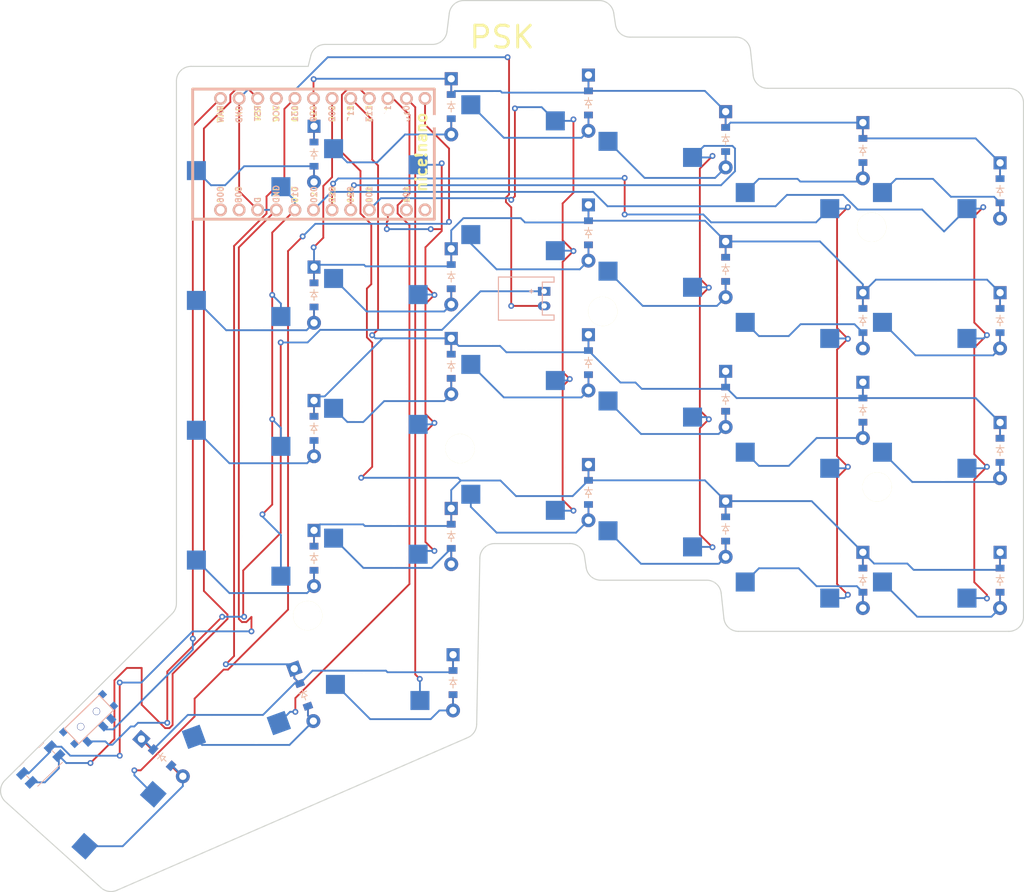
<source format=kicad_pcb>
(kicad_pcb (version 20240108) (generator "pcbnew") (generator_version "8.0")
  (title_block (title "right") (rev "v1.0.0") (company "Unknown"))
  (layers (0 "F.Cu" signal) (31 "B.Cu" signal) (34 "B.Paste" user) (35 "F.Paste" user) (36 "B.SilkS" user "B.Silkscreen") (37 "F.SilkS" user "F.Silkscreen") (38 "B.Mask" user) (39 "F.Mask" user) (44 "Edge.Cuts" user))
  (net 0 "")
  (net 1 "P020")
  (net 2 "mirror_first_mod")
  (net 3 "mirror_first_bottom")
  (net 4 "mirror_first_home")
  (net 5 "mirror_first_top")
  (net 6 "P022")
  (net 7 "mirror_second_mod")
  (net 8 "mirror_second_bottom")
  (net 9 "mirror_second_home")
  (net 10 "mirror_second_top")
  (net 11 "P024")
  (net 12 "mirror_third_mod")
  (net 13 "mirror_third_bottom")
  (net 14 "mirror_third_home")
  (net 15 "mirror_third_top")
  (net 16 "P100")
  (net 17 "mirror_fourth_mod")
  (net 18 "mirror_fourth_bottom")
  (net 19 "mirror_fourth_home")
  (net 20 "mirror_fourth_top")
  (net 21 "P011")
  (net 22 "mirror_fifth_mod")
  (net 23 "mirror_fifth_bottom")
  (net 24 "mirror_fifth_home")
  (net 25 "mirror_fifth_top")
  (net 26 "P017")
  (net 27 "mirror_sixth_mod")
  (net 28 "mirror_sixth_bottom")
  (net 29 "mirror_sixth_home")
  (net 30 "mirror_sixth_top")
  (net 31 "P010")
  (net 32 "mirror_near_thumb")
  (net 33 "P111")
  (net 34 "mirror_home_thumb")
  (net 35 "P009")
  (net 36 "mirror_far_thumb")
  (net 37 "P113")
  (net 38 "P115")
  (net 39 "P002")
  (net 40 "P029")
  (net 41 "P031")
  (net 42 "RAW")
  (net 43 "GND")
  (net 44 "RST")
  (net 45 "VCC")
  (net 46 "P006")
  (net 47 "P008")
  (net 48 "P104")
  (net 49 "P106")
  (net 50 "pos")
  (footprint "E73:SPDT_C128955" (layer "F.Cu") (at 270.743478 172.48592 44)
    (property "Reference" "T1" (hide yes))
    (property "Value" "" (hide yes))
  )
  (footprint "HOLE_M2_TH" (layer "F.Cu") (at 378.5 140.75)
    (property "Reference" "")
    (property "Value" "")
  )
  (footprint "PG1350" (layer "F.Cu") (at 312.5 126.25 180)
    (property "Reference" "S18" (hide yes))
    (property "Value" "" (hide yes))
  )
  (footprint "HOLE_M2_TH" (layer "F.Cu") (at 341 116.75)
    (property "Reference" "")
    (property "Value" "")
  )
  (footprint "ComboDiode" (layer "F.Cu") (at 376.55 118 -90)
    (property "Reference" "D6" (hide yes))
    (property "Value" "" (hide yes))
  )
  (footprint "ComboDiode" (layer "F.Cu") (at 376.55 130.25 -90)
    (property "Reference" "D21" (hide yes))
    (property "Value" "" (hide yes))
  )
  (footprint "PG1350" (layer "F.Cu") (at 368.75 150 180)
    (property "Reference" "S5" (hide yes))
    (property "Value" "" (hide yes))
  )
  (footprint "PG1350" (layer "F.Cu") (at 293.75 111.5 180)
    (property "Reference" "S23" (hide yes))
    (property "Value" "" (hide yes))
  )
  (footprint "ComboDiode" (layer "F.Cu") (at 395.3 153.5 -90)
    (property "Reference" "D1" (hide yes))
    (property "Value" "" (hide yes))
  )
  (footprint "ComboDiode" (layer "F.Cu") (at 301.55 132.75 -90)
    (property "Reference" "D17" (hide yes))
    (property "Value" "" (hide yes))
  )
  (footprint "ComboDiode" (layer "F.Cu") (at 320.3 147.5 -90)
    (property "Reference" "D14" (hide yes))
    (property "Value" "" (hide yes))
  )
  (footprint "PG1350" (layer "F.Cu") (at 331.25 102.5 180)
    (property "Reference" "S15" (hide yes))
    (property "Value" "" (hide yes))
  )
  (footprint "PG1350" (layer "F.Cu") (at 387.5 96.75 180)
    (property "Reference" "S4" (hide yes))
    (property "Value" "" (hide yes))
  )
  (footprint "PG1350" (layer "F.Cu") (at 272.971411 181.220123 -132)
    (property "Reference" "S27" (hide yes))
    (property "Value" "" (hide yes))
  )
  (footprint "PG1350" (layer "F.Cu") (at 312.5 144 180)
    (property "Reference" "S17" (hide yes))
    (property "Value" "" (hide yes))
  )
  (footprint "PG1350" (layer "F.Cu") (at 387.5 132.25 180)
    (property "Reference" "S2" (hide yes))
    (property "Value" "" (hide yes))
  )
  (footprint "ComboDiode" (layer "F.Cu") (at 339.05 88.25 -90)
    (property "Reference" "D13" (hide yes))
    (property "Value" "" (hide yes))
  )
  (footprint "JST_PH_S2B-PH-K_02x2.00mm_Angled" (layer "F.Cu") (at 333 115 -90)
    (property "Reference" "JST1" (hide yes))
    (property "Value" "" (hide yes))
  )
  (footprint "HOLE_M2_TH" (layer "F.Cu") (at 300.683611 158.349259 20)
    (property "Reference" "")
    (property "Value" "")
  )
  (footprint "ComboDiode" (layer "F.Cu") (at 395.3 100.25 -90)
    (property "Reference" "D4" (hide yes))
    (property "Value" "" (hide yes))
  )
  (footprint "ComboDiode" (layer "F.Cu") (at 357.8 146.5 -90)
    (property "Reference" "D7" (hide yes))
    (property "Value" "" (hide yes))
  )
  (footprint "nice_nano" (layer "F.Cu") (at 302.75 95.25)
    (property "Reference" "MCU1" (hide yes))
    (property "Value" "nice_nano" (hide yes))
  )
  (footprint "PG1350" (layer "F.Cu") (at 293.75 147 180)
    (property "Reference" "S21" (hide yes))
    (property "Value" "" (hide yes))
  )
  (footprint "ComboDiode" (layer "F.Cu") (at 320.3 112 -90)
    (property "Reference" "D15" (hide yes))
    (property "Value" "" (hide yes))
  )
  (footprint "PG1350" (layer "F.Cu") (at 350 143 180)
    (property "Reference" "S9" (hide yes))
    (property "Value" "" (hide yes))
  )
  (footprint "PG1350" (layer "F.Cu") (at 350 125.25 180)
    (property "Reference" "S10" (hide yes))
    (property "Value" "" (hide yes))
  )
  (footprint "PG1350" (layer "F.Cu") (at 291.63043 168.561503 -160)
    (property "Reference" "S26" (hide yes))
    (property "Value" "" (hide yes))
  )
  (footprint "ComboDiode" (layer "F.Cu") (at 376.55 153.5 -90)
    (property "Reference" "D5" (hide yes))
    (property "Value" "" (hide yes))
  )
  (footprint "ComboDiode" (layer "F.Cu") (at 357.8 93.25 -90)
    (property "Reference" "D10" (hide yes))
    (property "Value" "" (hide yes))
  )
  (footprint "ComboDiode" (layer "F.Cu") (at 320.3 88.75 -90)
    (property "Reference" "D24" (hide yes))
    (property "Value" "" (hide yes))
  )
  (footprint "PG1350" (layer "F.Cu") (at 293.75 93.75 180)
    (property "Reference" "S24" (hide yes))
    (property "Value" "" (hide yes))
  )
  (footprint "PG1350" (layer "F.Cu") (at 368.75 96.75 180)
    (property "Reference" "S8" (hide yes))
    (property "Value" "" (hide yes))
  )
  (footprint "ComboDiode" (layer "F.Cu") (at 357.8 111 -90)
    (property "Reference" "D9" (hide yes))
    (property "Value" "" (hide yes))
  )
  (footprint "PG1350" (layer "F.Cu") (at 312.75 164 180)
    (property "Reference" "S25" (hide yes))
    (property "Value" "" (hide yes))
  )
  (footprint "PG1350" (layer "F.Cu") (at 331.25 138 180)
    (property "Reference" "S13" (hide yes))
    (property "Value" "" (hide yes))
  )
  (footprint "Panasonic_EVQPUL_EVQPUC" (layer "F.Cu") (at 264.201101 178.705832 44)
    (property "Reference" "B1" (hide yes))
    (property "Value" "Panasonic_EVQPUL_EVQPUC" (hide yes))
  )
  (footprint "PG1350" (layer "F.Cu") (at 331.25 120.25 180)
    (property "Reference" "S14" (hide yes))
    (property "Value" "" (hide yes))
  )
  (footprint "PG1350" (layer "F.Cu") (at 350 107.5 180)
    (property "Reference" "S11" (hide yes))
    (property "Value" "" (hide yes))
  )
  (footprint "PG1350" (layer "F.Cu") (at 293.75 129.25 180)
    (property "Reference" "S22" (hide yes))
    (property "Value" "" (hide yes))
  )
  (footprint "ComboDiode" (layer "F.Cu") (at 376.55 94.75 -90)
    (property "Reference" "D22" (hide yes))
    (property "Value" "" (hide yes))
  )
  (footprint "ComboDiode" (layer "F.Cu") (at 301.55 150.5 -90)
    (property "Reference" "D16" (hide yes))
    (property "Value" "" (hide yes))
  )
  (footprint "ComboDiode" (layer "F.Cu") (at 357.8 128.75 -90)
    (property "Reference" "D8" (hide yes))
    (property "Value" "" (hide yes))
  )
  (footprint "ComboDiode" (layer "F.Cu") (at 300.157103 169.18267 -70)
    (property "Reference" "D19" (hide yes))
    (property "Value" "" (hide yes))
  )
  (footprint "ComboDiode" (layer "F.Cu") (at 395.3 135.75 -90)
    (property "Reference" "D2" (hide yes))
    (property "Value" "" (hide yes))
  )
  (footprint "PG1350" (layer "F.Cu") (at 350 89.75 180)
    (property "Reference" "S12" (hide yes))
    (property "Value" "" (hide yes))
  )
  (footprint "ComboDiode" (layer "F.Cu") (at 280.791636 177.765551 -42)
    (property "Reference" "D20" (hide yes))
    (property "Value" "" (hide yes))
  )
  (footprint "HOLE_M2_TH" (layer "F.Cu") (at 321.5 135.5)
    (property "Reference" "")
    (property "Value" "")
  )
  (footprint "PG1350" (layer "F.Cu") (at 368.75 114.5 180)
    (property "Reference" "S7" (hide yes))
    (property "Value" "" (hide yes))
  )
  (footprint "PG1350" (layer "F.Cu") (at 331.25 84.75 180)
    (property "Reference" "S16" (hide yes))
    (property "Value" "" (hide yes))
  )
  (footprint "ComboDiode" (layer "F.Cu") (at 339.05 141.5 -90)
    (property "Reference" "D11" (hide yes))
    (property "Value" "" (hide yes))
  )
  (footprint "ComboDiode" (layer "F.Cu") (at 320.3 124.25 -90)
    (property "Reference" "D23" (hide yes))
    (property "Value" "" (hide yes))
  )
  (footprint "PG1350" (layer "F.Cu") (at 312.5 90.75 180)
    (property "Reference" "S20" (hide yes))
    (property "Value" "" (hide yes))
  )
  (footprint "ComboDiode" (layer "F.Cu") (at 339.05 106 -90)
    (property "Reference" "D27" (hide yes))
    (property "Value" "" (hide yes))
  )
  (footprint "ComboDiode" (layer "F.Cu") (at 339.05 123.75 -90)
    (property "Reference" "D12" (hide yes))
    (property "Value" "" (hide yes))
  )
  (footprint "PG1350" (layer "F.Cu") (at 387.5 150 180)
    (property "Reference" "S1" (hide yes))
    (property "Value" "" (hide yes))
  )
  (footprint "PG1350" (layer "F.Cu") (at 387.5 114.5 180)
    (property "Reference" "S3" (hide yes))
    (property "Value" "" (hide yes))
  )
  (footprint "ComboDiode" (layer "F.Cu") (at 301.55 114.5 -90)
    (property "Reference" "D26" (hide yes))
    (property "Value" "" (hide yes))
  )
  (footprint "PG1350" (layer "F.Cu") (at 368.75 132.25 180)
    (property "Reference" "S6" (hide yes))
    (property "Value" "" (hide yes))
  )
  (footprint "PG1350" (layer "F.Cu") (at 312.5 108.5 180)
    (property "Reference" "S19" (hide yes))
    (property "Value" "" (hide yes))
  )
  (footprint "ComboDiode" (layer "F.Cu") (at 301.55 95.25 -90)
    (property "Reference" "D25" (hide yes))
    (property "Value" "" (hide yes))
  )
  (footprint "ComboDiode" (layer "F.Cu") (at 395.3 118 -90)
    (property "Reference" "D3" (hide yes))
    (property "Value" "" (hide yes))
  )
  (footprint "ComboDiode" (layer "F.Cu") (at 320.55 167.5 -90)
    (property "Reference" "D18" (hide yes))
    (property "Value" "" (hide yes))
  )
  (footprint "HOLE_M2_TH" (layer "F.Cu") (at 377.75 105.25)
    (property "Reference" "")
    (property "Value" "")
  )
  (gr_line (start 326.211908 148.5) (end 336.527625 148.5) (stroke (width 0.15)) (layer "Edge.Cuts"))
  (gr_line (start 301.121233 81.764868) (end 300.7499 83.25) (stroke (width 0.15)) (layer "Edge.Cuts"))
  (gr_arc (start 274.594184 195.906633) (mid 273.474721 196.047048) (end 272.457387 195.559254) (stroke (width 0.15)) (layer "Edge.Cuts"))
  (gr_line (start 342.744502 77.546681) (end 342.505498 75.953319) (stroke (width 0.15)) (layer "Edge.Cuts"))
  (gr_line (start 359.202839 79.25) (end 344.722375 79.25) (stroke (width 0.15)) (layer "Edge.Cuts"))
  (gr_arc (start 359.202839 79.25) (mid 360.539601 79.762362) (end 361.191457 81.036934) (stroke (width 0.15)) (layer "Edge.Cuts"))
  (gr_arc (start 282.75 85.25) (mid 283.335786 83.835786) (end 284.75 83.25) (stroke (width 0.15)) (layer "Edge.Cuts"))
  (gr_arc (start 323.774671 173.217101) (mid 323.437307 174.290792) (end 322.573576 175.012315) (stroke (width 0.15)) (layer "Edge.Cuts"))
  (gr_line (start 300.7499 83.25) (end 284.75 83.25) (stroke (width 0.15)) (layer "Edge.Cuts"))
  (gr_arc (start 259.376483 183.781155) (mid 258.715391 182.34575) (end 259.30261 180.878575) (stroke (width 0.15)) (layer "Edge.Cuts"))
  (gr_line (start 320.031009 76.001931) (end 319.718991 78.498069) (stroke (width 0.15)) (layer "Edge.Cuts"))
  (gr_line (start 340.722375 153.5) (end 355.202839 153.5) (stroke (width 0.15)) (layer "Edge.Cuts"))
  (gr_line (start 340.527625 74.25) (end 322.015564 74.25) (stroke (width 0.15)) (layer "Edge.Cuts"))
  (gr_line (start 359.547161 160.5) (end 396.5 160.5) (stroke (width 0.15)) (layer "Edge.Cuts"))
  (gr_arc (start 301.121232 81.764868) (mid 301.830702 80.67357) (end 303.061502 80.25) (stroke (width 0.15)) (layer "Edge.Cuts"))
  (gr_line (start 259.376483 183.781155) (end 272.457387 195.559254) (stroke (width 0.15)) (layer "Edge.Cuts"))
  (gr_arc (start 282.75 156.669851) (mid 282.597196 157.436575) (end 282.162134 158.086141) (stroke (width 0.15)) (layer "Edge.Cuts"))
  (gr_line (start 398.5 158.5) (end 398.5 88.25) (stroke (width 0.15)) (layer "Edge.Cuts"))
  (gr_arc (start 340.527625 74.25) (mid 341.832738 74.73452) (end 342.505498 75.953319) (stroke (width 0.15)) (layer "Edge.Cuts"))
  (gr_arc (start 398.5 158.5) (mid 397.914214 159.914214) (end 396.5 160.5) (stroke (width 0.15)) (layer "Edge.Cuts"))
  (gr_arc (start 359.547161 160.5) (mid 358.210399 159.987638) (end 357.558543 158.713066) (stroke (width 0.15)) (layer "Edge.Cuts"))
  (gr_line (start 282.75 85.25) (end 282.75 156.669851) (stroke (width 0.15)) (layer "Edge.Cuts"))
  (gr_line (start 396.5 86.25) (end 363.547161 86.25) (stroke (width 0.15)) (layer "Edge.Cuts"))
  (gr_arc (start 320.031008 76.001931) (mid 320.691959 74.750644) (end 322.015564 74.25) (stroke (width 0.15)) (layer "Edge.Cuts"))
  (gr_line (start 282.162134 158.086141) (end 259.30261 180.878575) (stroke (width 0.15)) (layer "Edge.Cuts"))
  (gr_arc (start 363.547161 86.25) (mid 362.210399 85.737638) (end 361.558543 84.463066) (stroke (width 0.15)) (layer "Edge.Cuts"))
  (gr_arc (start 355.202839 153.5) (mid 356.539601 154.012362) (end 357.191457 155.286934) (stroke (width 0.15)) (layer "Edge.Cuts"))
  (gr_arc (start 396.5 86.25) (mid 397.914214 86.835786) (end 398.5 88.25) (stroke (width 0.15)) (layer "Edge.Cuts"))
  (gr_arc (start 336.527625 148.5) (mid 337.832738 148.98452) (end 338.505498 150.203319) (stroke (width 0.15)) (layer "Edge.Cuts"))
  (gr_line (start 361.558543 84.463066) (end 361.191457 81.036934) (stroke (width 0.15)) (layer "Edge.Cuts"))
  (gr_arc (start 319.718992 78.498069) (mid 319.058041 79.749356) (end 317.734436 80.25) (stroke (width 0.15)) (layer "Edge.Cuts"))
  (gr_line (start 274.594184 195.906633) (end 322.573576 175.012315) (stroke (width 0.15)) (layer "Edge.Cuts"))
  (gr_line (start 317.734436 80.25) (end 303.061502 80.25) (stroke (width 0.15)) (layer "Edge.Cuts"))
  (gr_arc (start 340.722375 153.5) (mid 339.417262 153.01548) (end 338.744502 151.796681) (stroke (width 0.15)) (layer "Edge.Cuts"))
  (gr_line (start 338.505498 150.203319) (end 338.744502 151.796681) (stroke (width 0.15)) (layer "Edge.Cuts"))
  (gr_line (start 357.191457 155.286934) (end 357.558543 158.713066) (stroke (width 0.15)) (layer "Edge.Cuts"))
  (gr_arc (start 324.212278 150.461546) (mid 324.811356 149.072256) (end 326.211908 148.5) (stroke (width 0.15)) (layer "Edge.Cuts"))
  (gr_arc (start 344.722375 79.25) (mid 343.417262 78.76548) (end 342.744502 77.546681) (stroke (width 0.15)) (layer "Edge.Cuts"))
  (gr_line (start 323.774671 173.217101) (end 324.212278 150.461546) (stroke (width 0.15)) (layer "Edge.Cuts"))
  (gr_text "PSK" (at 322.55 79.25 0) (layer "F.SilkS") (effects (font (size 3 3) (thickness 0.4)) (justify left)))
  (segment (start 393.5 138) (end 391.7741 139.7259) (width 0.25) (layer "F.Cu") (net 1))
  (segment (start 391.7741 121.7259) (end 391.7741 136.2741) (width 0.25) (layer "F.Cu") (net 1))
  (segment (start 391.7741 118.2741) (end 393.5 120) (width 0.25) (layer "F.Cu") (net 1))
  (segment (start 391.7741 103.7259) (end 391.7741 118.2741) (width 0.25) (layer "F.Cu") (net 1))
  (segment (start 393.5 120) (end 391.7741 121.7259) (width 0.25) (layer "F.Cu") (net 1))
  (segment (start 391.7741 139.7259) (end 391.7741 153.7741) (width 0.25) (layer "F.Cu") (net 1))
  (segment (start 391.7741 153.7741) (end 393.5 155.5) (width 0.25) (layer "F.Cu") (net 1))
  (segment (start 393 102.5) (end 391.7741 103.7259) (width 0.25) (layer "F.Cu") (net 1))
  (segment (start 393.5 155.5) (end 393.5 156) (width 0.25) (layer "F.Cu") (net 1))
  (segment (start 391.7741 136.2741) (end 393.5 138) (width 0.25) (layer "F.Cu") (net 1))
  (via (at 393.5 156) (size 0.8) (drill 0.4) (layers "F.Cu" "B.Cu") (net 1))
  (via (at 393.5 138) (size 0.8) (drill 0.4) (layers "F.Cu" "B.Cu") (net 1))
  (via (at 393 102.5) (size 0.8) (drill 0.4) (layers "F.Cu" "B.Cu") (net 1))
  (via (at 393.5 120) (size 0.8) (drill 0.4) (layers "F.Cu" "B.Cu") (net 1))
  (segment (start 387.65 105.825) (end 384.65 102.825) (width 0.25) (layer "B.Cu") (net 1))
  (segment (start 393.3 138.2) (end 393.5 138) (width 0.25) (layer "B.Cu") (net 1))
  (segment (start 390.775 120.45) (end 393.05 120.45) (width 0.25) (layer "B.Cu") (net 1))
  (segment (start 393.05 120.45) (end 393.5 120) (width 0.25) (layer "B.Cu") (net 1))
  (segment (start 341.663 102.375) (end 339.6985 100.4105) (width 0.25) (layer "B.Cu") (net 1))
  (segment (start 303.9395 100.4105) (end 301.48 102.87) (width 0.25) (layer "B.Cu") (net 1))
  (segment (start 390.775 102.7) (end 387.65 105.825) (width 0.25) (layer "B.Cu") (net 1))
  (segment (start 339.6985 100.4105) (end 303.9395 100.4105) (width 0.25) (layer "B.Cu") (net 1))
  (segment (start 375.850305 102.825) (end 373.850305 100.825) (width 0.25) (layer "B.Cu") (net 1))
  (segment (start 390.775 138.2) (end 393.3 138.2) (width 0.25) (layer "B.Cu") (net 1))
  (segment (start 393.45 155.95) (end 390.775 155.95) (width 0.25) (layer "B.Cu") (net 1))
  (segment (start 390.775 102.7) (end 392.8 102.7) (width 0.25) (layer "B.Cu") (net 1))
  (segment (start 373.850305 100.825) (end 366.175 100.825) (width 0.25) (layer "B.Cu") (net 1))
  (segment (start 364.625 102.375) (end 341.663 102.375) (width 0.25) (layer "B.Cu") (net 1))
  (segment (start 393.5 156) (end 393.45 155.95) (width 0.25) (layer "B.Cu") (net 1))
  (segment (start 392.8 102.7) (end 393 102.5) (width 0.25) (layer "B.Cu") (net 1))
  (segment (start 384.65 102.825) (end 375.850305 102.825) (width 0.25) (layer "B.Cu") (net 1))
  (segment (start 366.175 100.825) (end 364.625 102.375) (width 0.25) (layer "B.Cu") (net 1))
  (segment (start 395.3 155.15) (end 395.3 157.31) (width 0.25) (layer "F.Cu") (net 2))
  (segment (start 383.975 158.5) (end 394.11 158.5) (width 0.25) (layer "B.Cu") (net 2))
  (segment (start 395.3 155.15) (end 395.3 157.31) (width 0.25) (layer "B.Cu") (net 2))
  (segment (start 394.11 158.5) (end 395.3 157.31) (width 0.25) (layer "B.Cu") (net 2))
  (segment (start 379.225 153.75) (end 383.975 158.5) (width 0.25) (layer "B.Cu") (net 2))
  (segment (start 395.3 137.4) (end 395.3 139.56) (width 0.25) (layer "F.Cu") (net 3))
  (segment (start 383.3 140.075) (end 394.785 140.075) (width 0.25) (layer "B.Cu") (net 3))
  (segment (start 379.225 136) (end 383.3 140.075) (width 0.25) (layer "B.Cu") (net 3))
  (segment (start 395.3 137.4) (end 395.3 139.56) (width 0.25) (layer "B.Cu") (net 3))
  (segment (start 394.785 140.075) (end 395.3 139.56) (width 0.25) (layer "B.Cu") (net 3))
  (segment (start 395.3 119.65) (end 395.3 121.81) (width 0.25) (layer "F.Cu") (net 4))
  (segment (start 383.7375 122.7625) (end 394.3475 122.7625) (width 0.25) (layer "B.Cu") (net 4))
  (segment (start 395.3 119.65) (end 395.3 121.81) (width 0.25) (layer "B.Cu") (net 4))
  (segment (start 394.3475 122.7625) (end 395.3 121.81) (width 0.25) (layer "B.Cu") (net 4))
  (segment (start 379.225 118.25) (end 383.7375 122.7625) (width 0.25) (layer "B.Cu") (net 4))
  (segment (start 395.3 104.06) (end 395.3 101.9) (width 0.25) (layer "F.Cu") (net 5))
  (segment (start 394.475 101.075) (end 395.3 101.9) (width 0.25) (layer "B.Cu") (net 5))
  (segment (start 379.225 100.5) (end 381.1 98.625) (width 0.25) (layer "B.Cu") (net 5))
  (segment (start 381.1 98.625) (end 386.125 98.625) (width 0.25) (layer "B.Cu") (net 5))
  (segment (start 386.125 98.625) (end 388.575 101.075) (width 0.25) (layer "B.Cu") (net 5))
  (segment (start 388.575 101.075) (end 394.475 101.075) (width 0.25) (layer "B.Cu") (net 5))
  (segment (start 395.3 101.9) (end 395.3 104.06) (width 0.25) (layer "B.Cu") (net 5))
  (segment (start 374.5 138) (end 373.0241 139.4759) (width 0.25) (layer "F.Cu") (net 6))
  (segment (start 374.5 120.5) (end 373.0241 121.9759) (width 0.25) (layer "F.Cu") (net 6))
  (segment (start 373.0241 139.4759) (end 373.0241 154.0241) (width 0.25) (layer "F.Cu") (net 6))
  (segment (start 373.0241 119.0241) (end 374.5 120.5) (width 0.25) (layer "F.Cu") (net 6))
  (segment (start 373.0241 136.5241) (end 374.5 138) (width 0.25) (layer "F.Cu") (net 6))
  (segment (start 373.0241 121.9759) (end 373.0241 136.5241) (width 0.25) (layer "F.Cu") (net 6))
  (segment (start 374.5 102.5) (end 373.0241 103.9759) (width 0.25) (layer "F.Cu") (net 6))
  (segment (start 304.02 99.421964) (end 304.02 102.87) (width 0.25) (layer "F.Cu") (net 6))
  (segment (start 373.0241 103.9759) (end 373.0241 119.0241) (width 0.25) (layer "F.Cu") (net 6))
  (segment (start 304.158342 99.283622) (end 304.02 99.421964) (width 0.25) (layer "F.Cu") (net 6))
  (segment (start 373.0241 154.0241) (end 374.5 155.5) (width 0.25) (layer "F.Cu") (net 6))
  (segment (start 344 103.5) (end 344 98.5) (width 0.25) (layer "F.Cu") (net 6))
  (via (at 374.5 120.5) (size 0.8) (drill 0.4) (layers "F.Cu" "B.Cu") (net 6))
  (via (at 344 103.5) (size 0.8) (drill 0.4) (layers "F.Cu" "B.Cu") (net 6))
  (via (at 374.5 155.5) (size 0.8) (drill 0.4) (layers "F.Cu" "B.Cu") (net 6))
  (via (at 304.158342 99.283622) (size 0.8) (drill 0.4) (layers "F.Cu" "B.Cu") (net 6))
  (via (at 344 98.5) (size 0.8) (drill 0.4) (layers "F.Cu" "B.Cu") (net 6))
  (via (at 374.5 138) (size 0.8) (drill 0.4) (layers "F.Cu" "B.Cu") (net 6))
  (via (at 374.5 102.5) (size 0.8) (drill 0.4) (layers "F.Cu" "B.Cu") (net 6))
  (segment (start 304.866964 98.575) (end 304.158342 99.283622) (width 0.25) (layer "B.Cu") (net 6))
  (segment (start 374.3 138.2) (end 374.5 138) (width 0.25) (layer "B.Cu") (net 6))
  (segment (start 372.025 102.7) (end 374.3 102.7) (width 0.25) (layer "B.Cu") (net 6))
  (segment (start 372.025 138.2) (end 374.3 138.2) (width 0.25) (layer "B.Cu") (net 6))
  (segment (start 372.025 102.7) (end 370.15 104.575) (width 0.25) (layer "B.Cu") (net 6))
  (segment (start 374.5 155.5) (end 374.05 155.95) (width 0.25) (layer "B.Cu") (net 6))
  (segment (start 372.025 120.45) (end 374.45 120.45) (width 0.25) (layer "B.Cu") (net 6))
  (segment (start 370.15 104.575) (end 355.821396 104.575) (width 0.25) (layer "B.Cu") (net 6))
  (segment (start 374.45 120.45) (end 374.5 120.5) (width 0.25) (layer "B.Cu") (net 6))
  (segment (start 374.05 155.95) (end 372.025 155.95) (width 0.25) (layer "B.Cu") (net 6))
  (segment (start 354.746396 103.5) (end 344 103.5) (width 0.25) (layer "B.Cu") (net 6))
  (segment (start 374.3 102.7) (end 374.5 102.5) (width 0.25) (layer "B.Cu") (net 6))
  (segment (start 343.925 98.575) (end 304.866964 98.575) (width 0.25) (layer "B.Cu") (net 6))
  (segment (start 344 98.5) (end 343.925 98.575) (width 0.25) (layer "B.Cu") (net 6))
  (segment (start 355.821396 104.575) (end 354.746396 103.5) (width 0.25) (layer "B.Cu") (net 6))
  (segment (start 376.55 155.15) (end 376.55 157.31) (width 0.25) (layer "F.Cu") (net 7))
  (segment (start 370.225 154.325) (end 375.725 154.325) (width 0.25) (layer "B.Cu") (net 7))
  (segment (start 375.725 154.325) (end 376.55 155.15) (width 0.25) (layer "B.Cu") (net 7))
  (segment (start 360.475 153.75) (end 362.35 151.875) (width 0.25) (layer "B.Cu") (net 7))
  (segment (start 367.775 151.875) (end 370.225 154.325) (width 0.25) (layer "B.Cu") (net 7))
  (segment (start 362.35 151.875) (end 367.775 151.875) (width 0.25) (layer "B.Cu") (net 7))
  (segment (start 376.55 157.31) (end 376.55 155.15) (width 0.25) (layer "B.Cu") (net 7))
  (segment (start 376.55 131.9) (end 376.55 134.06) (width 0.25) (layer "F.Cu") (net 8))
  (segment (start 362.35 137.875) (end 366.42335 137.875) (width 0.25) (layer "B.Cu") (net 8))
  (segment (start 376.55 134.06) (end 376.55 131.9) (width 0.25) (layer "B.Cu") (net 8))
  (segment (start 360.475 136) (end 362.35 137.875) (width 0.25) (layer "B.Cu") (net 8))
  (segment (start 366.42335 137.875) (end 370.23835 134.06) (width 0.25) (layer "B.Cu") (net 8))
  (segment (start 370.23835 134.06) (end 376.55 134.06) (width 0.25) (layer "B.Cu") (net 8))
  (segment (start 376.55 119.65) (end 376.55 121.81) (width 0.25) (layer "F.Cu") (net 9))
  (segment (start 368.04835 118.5) (end 375.4 118.5) (width 0.25) (layer "B.Cu") (net 9))
  (segment (start 360.475 118.25) (end 362.35 120.125) (width 0.25) (layer "B.Cu") (net 9))
  (segment (start 362.35 120.125) (end 366.42335 120.125) (width 0.25) (layer "B.Cu") (net 9))
  (segment (start 376.55 121.81) (end 376.55 119.65) (width 0.25) (layer "B.Cu") (net 9))
  (segment (start 366.42335 120.125) (end 368.04835 118.5) (width 0.25) (layer "B.Cu") (net 9))
  (segment (start 375.4 118.5) (end 376.55 119.65) (width 0.25) (layer "B.Cu") (net 9))
  (segment (start 376.55 96.4) (end 376.55 98.56) (width 0.25) (layer "F.Cu") (net 10))
  (segment (start 376.55 98.56) (end 376.55 96.4) (width 0.25) (layer "B.Cu") (net 10))
  (segment (start 360.475 100.5) (end 362.35 98.625) (width 0.25) (layer "B.Cu") (net 10))
  (segment (start 376.11 99) (end 376.55 98.56) (width 0.25) (layer "B.Cu") (net 10))
  (segment (start 368 99) (end 376.11 99) (width 0.25) (layer "B.Cu") (net 10))
  (segment (start 362.35 98.625) (end 367.625 98.625) (width 0.25) (layer "B.Cu") (net 10))
  (segment (start 367.625 98.625) (end 368 99) (width 0.25) (layer "B.Cu") (net 10))
  (segment (start 354.2741 97.2259) (end 354.2741 112.2741) (width 0.25) (layer "F.Cu") (net 11))
  (segment (start 354.2741 130.2741) (end 355.5 131.5) (width 0.25) (layer "F.Cu") (net 11))
  (segment (start 354.2741 114.7259) (end 354.2741 130.2741) (width 0.25) (layer "F.Cu") (net 11))
  (segment (start 356 95.5) (end 354.2741 97.2259) (width 0.25) (layer "F.Cu") (net 11))
  (segment (start 354.2741 147.2741) (end 356 149) (width 0.25) (layer "F.Cu") (net 11))
  (segment (start 355.5 113.5) (end 354.2741 114.7259) (width 0.25) (layer "F.Cu") (net 11))
  (segment (start 354.2741 132.7259) (end 354.2741 147.2741) (width 0.25) (layer "F.Cu") (net 11))
  (segment (start 307 99.5) (end 306.56 99.94) (width 0.25) (layer "F.Cu") (net 11))
  (segment (start 306.56 99.94) (end 306.56 102.87) (width 0.25) (layer "F.Cu") (net 11))
  (segment (start 355.5 131.5) (end 354.2741 132.7259) (width 0.25) (layer "F.Cu") (net 11))
  (segment (start 354.2741 112.2741) (end 355.5 113.5) (width 0.25) (layer "F.Cu") (net 11))
  (via (at 355.5 113.5) (size 0.8) (drill 0.4) (layers "F.Cu" "B.Cu") (net 11))
  (via (at 356 149) (size 0.8) (drill 0.4) (layers "F.Cu" "B.Cu") (net 11))
  (via (at 356 95.5) (size 0.8) (drill 0.4) (layers "F.Cu" "B.Cu") (net 11))
  (via (at 307 99.5) (size 0.8) (drill 0.4) (layers "F.Cu" "B.Cu") (net 11))
  (via (at 355.5 131.5) (size 0.8) (drill 0.4) (layers "F.Cu" "B.Cu") (net 11))
  (segment (start 355.2 131.2) (end 355.5 131.5) (width 0.25) (layer "B.Cu") (net 11))
  (segment (start 358.725 94.125) (end 359.0775 94.4775) (width 0.25) (layer "B.Cu") (net 11))
  (segment (start 353.275 113.45) (end 355.45 113.45) (width 0.25) (layer "B.Cu") (net 11))
  (segment (start 357.166658 99.5) (end 307 99.5) (width 0.25) (layer "B.Cu") (net 11))
  (segment (start 355.95 148.95) (end 353.275 148.95) (width 0.25) (layer "B.Cu") (net 11))
  (segment (start 356 149) (end 355.95 148.95) (width 0.25) (layer "B.Cu") (net 11))
  (segment (start 355.45 113.45) (end 355.5 113.5) (width 0.25) (layer "B.Cu") (net 11))
  (segment (start 354.85 94.125) (end 358.725 94.125) (width 0.25) (layer "B.Cu") (net 11))
  (segment (start 353.275 95.7) (end 355.8 95.7) (width 0.25) (layer "B.Cu") (net 11))
  (segment (start 355.8 95.7) (end 356 95.5) (width 0.25) (layer "B.Cu") (net 11))
  (segment (start 353.275 95.7) (end 354.85 94.125) (width 0.25) (layer "B.Cu") (net 11))
  (segment (start 359.0775 94.4775) (end 359.0775 97.589158) (width 0.25) (layer "B.Cu") (net 11))
  (segment (start 353.275 131.2) (end 355.2 131.2) (width 0.25) (layer "B.Cu") (net 11))
  (segment (start 359.0775 97.589158) (end 357.166658 99.5) (width 0.25) (layer "B.Cu") (net 11))
  (segment (start 357.8 148.15) (end 357.8 150.31) (width 0.25) (layer "F.Cu") (net 12))
  (segment (start 341.725 146.75) (end 346.2375 151.2625) (width 0.25) (layer "B.Cu") (net 12))
  (segment (start 346.2375 151.2625) (end 356.8475 151.2625) (width 0.25) (layer "B.Cu") (net 12))
  (segment (start 356.8475 151.2625) (end 357.8 150.31) (width 0.25) (layer "B.Cu") (net 12))
  (segment (start 357.8 150.31) (end 357.8 148.15) (width 0.25) (layer "B.Cu") (net 12))
  (segment (start 357.8 130.4) (end 357.8 132.56) (width 0.25) (layer "F.Cu") (net 13))
  (segment (start 346.2375 133.5125) (end 356.8475 133.5125) (width 0.25) (layer "B.Cu") (net 13))
  (segment (start 341.725 129) (end 346.2375 133.5125) (width 0.25) (layer "B.Cu") (net 13))
  (segment (start 356.8475 133.5125) (end 357.8 132.56) (width 0.25) (layer "B.Cu") (net 13))
  (segment (start 357.8 132.56) (end 357.8 130.4) (width 0.25) (layer "B.Cu") (net 13))
  (segment (start 357.8 112.65) (end 357.8 114.81) (width 0.25) (layer "F.Cu") (net 14))
  (segment (start 357.8 114.81) (end 357.8 112.65) (width 0.25) (layer "B.Cu") (net 14))
  (segment (start 346.475 116) (end 356.61 116) (width 0.25) (layer "B.Cu") (net 14))
  (segment (start 356.61 116) (end 357.8 114.81) (width 0.25) (layer "B.Cu") (net 14))
  (segment (start 341.725 111.25) (end 346.475 116) (width 0.25) (layer "B.Cu") (net 14))
  (segment (start 357.8 94.9) (end 357.8 97.06) (width 0.25) (layer "F.Cu") (net 15))
  (segment (start 341.725 93.5) (end 346.725 98.5) (width 0.25) (layer "B.Cu") (net 15))
  (segment (start 356.36 98.5) (end 357.8 97.06) (width 0.25) (layer "B.Cu") (net 15))
  (segment (start 346.725 98.5) (end 356.36 98.5) (width 0.25) (layer "B.Cu") (net 15))
  (segment (start 357.8 97.06) (end 357.8 94.9) (width 0.25) (layer "B.Cu") (net 15))
  (segment (start 336.5 126) (end 335.5241 126.9759) (width 0.25) (layer "F.Cu") (net 16))
  (segment (start 337 100.516316) (end 335.5241 101.992216) (width 0.25) (layer "F.Cu") (net 16))
  (segment (start 337 108.5) (end 335.5241 109.9759) (width 0.25) (layer "F.Cu") (net 16))
  (segment (start 329 101) (end 328.5 101.5) (width 0.25) (layer "F.Cu") (net 16))
  (segment (start 337 90.5) (end 337 100.516316) (width 0.25) (layer "F.Cu") (net 16))
  (segment (start 335.5241 109.9759) (end 335.5241 125.0241) (width 0.25) (layer "F.Cu") (net 16))
  (segment (start 335.5241 142.5241) (end 337 144) (width 0.25) (layer "F.Cu") (net 16))
  (segment (start 335.5241 107.0241) (end 337 108.5) (width 0.25) (layer "F.Cu") (net 16))
  (segment (start 335.5241 125.0241) (end 336.5 126) (width 0.25) (layer "F.Cu") (net 16))
  (segment (start 335.5241 126.9759) (end 335.5241 142.5241) (width 0.25) (layer "F.Cu") (net 16))
  (segment (start 329 89) (end 329 101) (width 0.25) (layer "F.Cu") (net 16))
  (segment (start 335.5241 101.992216) (end 335.5241 107.0241) (width 0.25) (layer "F.Cu") (net 16))
  (via (at 337 108.5) (size 0.8) (drill 0.4) (layers "F.Cu" "B.Cu") (net 16))
  (via (at 328.5 101.5) (size 0.8) (drill 0.4) (layers "F.Cu" "B.Cu") (net 16))
  (via (at 337 144) (size 0.8) (drill 0.4) (layers "F.Cu" "B.Cu") (net 16))
  (via (at 337 90.5) (size 0.8) (drill 0.4) (layers "F.Cu" "B.Cu") (net 16))
  (via (at 329 89) (size 0.8) (drill 0.4) (layers "F.Cu" "B.Cu") (net 16))
  (via (at 336.5 126) (size 0.8) (drill 0.4) (layers "F.Cu" "B.Cu") (net 16))
  (segment (start 336.95 108.45) (end 337 108.5) (width 0.25) (layer "B.Cu") (net 16))
  (segment (start 336.3 126.2) (end 336.5 126) (width 0.25) (layer "B.Cu") (net 16))
  (segment (start 334.525 126.2) (end 336.3 126.2) (width 0.25) (layer "B.Cu") (net 16))
  (segment (start 328.5 101.5) (end 328.2741 101.2741) (width 0.25) (layer "B.Cu") (net 16))
  (segment (start 336.8 90.7) (end 337 90.5) (width 0.25) (layer "B.Cu") (net 16))
  (segment (start 329.175 88.825) (end 329 89) (width 0.25) (layer "B.Cu") (net 16))
  (segment (start 332.65 88.825) (end 329.175 88.825) (width 0.25) (layer "B.Cu") (net 16))
  (segment (start 337 144) (end 334.575 144) (width 0.25) (layer "B.Cu") (net 16))
  (segment (start 334.525 108.45) (end 336.95 108.45) (width 0.25) (layer "B.Cu") (net 16))
  (segment (start 334.575 144) (end 334.525 143.95) (width 0.25) (layer "B.Cu") (net 16))
  (segment (start 334.525 90.7) (end 332.65 88.825) (width 0.25) (layer "B.Cu") (net 16))
  (segment (start 328.2741 101.2741) (end 310.6959 101.2741) (width 0.25) (layer "B.Cu") (net 16))
  (segment (start 334.525 90.7) (end 336.8 90.7) (width 0.25) (layer "B.Cu") (net 16))
  (segment (start 310.6959 101.2741) (end 309.1 102.87) (width 0.25) (layer "B.Cu") (net 16))
  (segment (start 339.05 143.15) (end 339.05 145.31) (width 0.25) (layer "F.Cu") (net 17))
  (segment (start 322.975 143.475) (end 326.5 147) (width 0.25) (layer "B.Cu") (net 17))
  (segment (start 339.05 145.31) (end 339.05 143.15) (width 0.25) (layer "B.Cu") (net 17))
  (segment (start 322.975 141.75) (end 322.975 143.475) (width 0.25) (layer "B.Cu") (net 17))
  (segment (start 337.36 147) (end 339.05 145.31) (width 0.25) (layer "B.Cu") (net 17))
  (segment (start 326.5 147) (end 337.36 147) (width 0.25) (layer "B.Cu") (net 17))
  (segment (start 339.05 125.4) (end 339.05 127.56) (width 0.25) (layer "F.Cu") (net 18))
  (segment (start 339.05 127.56) (end 339.05 125.4) (width 0.25) (layer "B.Cu") (net 18))
  (segment (start 327.4875 128.5125) (end 338.0975 128.5125) (width 0.25) (layer "B.Cu") (net 18))
  (segment (start 322.975 124) (end 327.4875 128.5125) (width 0.25) (layer "B.Cu") (net 18))
  (segment (start 338.0975 128.5125) (end 339.05 127.56) (width 0.25) (layer "B.Cu") (net 18))
  (segment (start 339.05 107.65) (end 339.05 109.81) (width 0.25) (layer "F.Cu") (net 19))
  (segment (start 322.975 106.25) (end 322.975 107.475) (width 0.25) (layer "B.Cu") (net 19))
  (segment (start 326.5 111) (end 337.86 111) (width 0.25) (layer "B.Cu") (net 19))
  (segment (start 339.05 109.81) (end 339.05 107.65) (width 0.25) (layer "B.Cu") (net 19))
  (segment (start 322.975 107.475) (end 326.5 111) (width 0.25) (layer "B.Cu") (net 19))
  (segment (start 337.86 111) (end 339.05 109.81) (width 0.25) (layer "B.Cu") (net 19))
  (segment (start 339.05 89.9) (end 339.05 92.06) (width 0.25) (layer "F.Cu") (net 20))
  (segment (start 338.0975 93.0125) (end 339.05 92.06) (width 0.25) (layer "B.Cu") (net 20))
  (segment (start 339.05 92.06) (end 339.05 89.9) (width 0.25) (layer "B.Cu") (net 20))
  (segment (start 322.975 88.5) (end 327.4875 93.0125) (width 0.25) (layer "B.Cu") (net 20))
  (segment (start 327.4875 93.0125) (end 338.0975 93.0125) (width 0.25) (layer "B.Cu") (net 20))
  (segment (start 316.7741 113.2741) (end 318 114.5) (width 0.25) (layer "F.Cu") (net 21))
  (segment (start 316.7741 148.2741) (end 318 149.5) (width 0.25) (layer "F.Cu") (net 21))
  (segment (start 316.7741 115.7259) (end 316.7741 130.7741) (width 0.25) (layer "F.Cu") (net 21))
  (segment (start 311.5 105.5) (end 311.5 104.5) (width 0.25) (layer "F.Cu") (net 21))
  (segment (start 311.5 104.5) (end 311.64 104.36) (width 0.25) (layer "F.Cu") (net 21))
  (segment (start 319 105.5) (end 317.5 105.5) (width 0.25) (layer "F.Cu") (net 21))
  (segment (start 319 105.5) (end 319 105.766316) (width 0.25) (layer "F.Cu") (net 21))
  (segment (start 316.7741 130.7741) (end 318 132) (width 0.25) (layer "F.Cu") (net 21))
  (segment (start 311.64 104.36) (end 311.64 102.87) (width 0.25) (layer "F.Cu") (net 21))
  (segment (start 318 132) (end 316.7741 133.2259) (width 0.25) (layer "F.Cu") (net 21))
  (segment (start 316.7741 133.2259) (end 316.7741 148.2741) (width 0.25) (layer "F.Cu") (net 21))
  (segment (start 319 96.5) (end 319 105.5) (width 0.25) (layer "F.Cu") (net 21))
  (segment (start 318 114.5) (end 316.7741 115.7259) (width 0.25) (layer "F.Cu") (net 21))
  (segment (start 319 105.766316) (end 316.7741 107.992216) (width 0.25) (layer "F.Cu") (net 21))
  (segment (start 316.7741 107.992216) (end 316.7741 113.2741) (width 0.25) (layer "F.Cu") (net 21))
  (via (at 318 114.5) (size 0.8) (drill 0.4) (layers "F.Cu" "B.Cu") (net 21))
  (via (at 319 96.5) (size 0.8) (drill 0.4) (layers "F.Cu" "B.Cu") (net 21))
  (via (at 317.5 105.5) (size 0.8) (drill 0.4) (layers "F.Cu" "B.Cu") (net 21))
  (via (at 318 132) (size 0.8) (drill 0.4) (layers "F.Cu" "B.Cu") (net 21))
  (via (at 311.5 105.5) (size 0.8) (drill 0.4) (layers "F.Cu" "B.Cu") (net 21))
  (via (at 318 149.5) (size 0.8) (drill 0.4) (layers "F.Cu" "B.Cu") (net 21))
  (segment (start 315.775 114.45) (end 317.95 114.45) (width 0.25) (layer "B.Cu") (net 21))
  (segment (start 317.8 132.2) (end 318 132) (width 0.25) (layer "B.Cu") (net 21))
  (segment (start 317.95 114.45) (end 318 114.5) (width 0.25) (layer "B.Cu") (net 21))
  (segment (start 318.8 96.7) (end 319 96.5) (width 0.25) (layer "B.Cu") (net 21))
  (segment (start 315.775 132.2) (end 317.8 132.2) (width 0.25) (layer "B.Cu") (net 21))
  (segment (start 316.225 149.5) (end 315.775 149.95) (width 0.25) (layer "B.Cu") (net 21))
  (segment (start 318 149.5) (end 316.225 149.5) (width 0.25) (layer "B.Cu") (net 21))
  (segment (start 317.5 105.5) (end 311.5 105.5) (width 0.25) (layer "B.Cu") (net 21))
  (segment (start 315.775 96.7) (end 318.8 96.7) (width 0.25) (layer "B.Cu") (net 21))
  (segment (start 320.3 149.15) (end 320.3 151.31) (width 0.25) (layer "F.Cu") (net 22))
  (segment (start 320.3 149.15) (end 317.625 151.825) (width 0.25) (layer "B.Cu") (net 22))
  (segment (start 317.625 151.825) (end 308.3 151.825) (width 0.25) (layer "B.Cu") (net 22))
  (segment (start 308.3 151.825) (end 304.225 147.75) (width 0.25) (layer "B.Cu") (net 22))
  (segment (start 320.3 151.31) (end 320.3 149.15) (width 0.25) (layer "B.Cu") (net 22))
  (segment (start 320.3 125.9) (end 320.3 128.06) (width 0.25) (layer "F.Cu") (net 23))
  (segment (start 319.3475 129.0125) (end 311.13915 129.0125) (width 0.25) (layer "B.Cu") (net 23))
  (segment (start 320.3 128.06) (end 319.3475 129.0125) (width 0.25) (layer "B.Cu") (net 23))
  (segment (start 306.1 131.875) (end 304.225 130) (width 0.25) (layer "B.Cu") (net 23))
  (segment (start 311.13915 129.0125) (end 308.27665 131.875) (width 0.25) (layer "B.Cu") (net 23))
  (segment (start 308.27665 131.875) (end 306.1 131.875) (width 0.25) (layer "B.Cu") (net 23))
  (segment (start 320.3 128.06) (end 320.3 125.9) (width 0.25) (layer "B.Cu") (net 23))
  (segment (start 320.3 113.65) (end 320.3 115.81) (width 0.25) (layer "F.Cu") (net 24))
  (segment (start 320.3 115.81) (end 319.3475 116.7625) (width 0.25) (layer "B.Cu") (net 24))
  (segment (start 320.3 115.81) (end 320.3 113.65) (width 0.25) (layer "B.Cu") (net 24))
  (segment (start 319.3475 116.7625) (end 308.7375 116.7625) (width 0.25) (layer "B.Cu") (net 24))
  (segment (start 308.7375 116.7625) (end 304.225 112.25) (width 0.25) (layer "B.Cu") (net 24))
  (segment (start 320.3 90.4) (end 320.3 92.56) (width 0.25) (layer "F.Cu") (net 25))
  (segment (start 313.98835 92.56) (end 310.17335 96.375) (width 0.25) (layer "B.Cu") (net 25))
  (segment (start 306.1 96.375) (end 304.225 94.5) (width 0.25) (layer "B.Cu") (net 25))
  (segment (start 320.3 92.56) (end 320.3 90.4) (width 0.25) (layer "B.Cu") (net 25))
  (segment (start 320.3 92.56) (end 313.98835 92.56) (width 0.25) (layer "B.Cu") (net 25))
  (segment (start 310.17335 96.375) (end 306.1 96.375) (width 0.25) (layer "B.Cu") (net 25))
  (segment (start 295.8395 131.5) (end 295.8395 114.5) (width 0.25) (layer "F.Cu") (net 26))
  (segment (start 295.8395 143.1605) (end 295.8395 131.5) (width 0.25) (layer "F.Cu") (net 26))
  (segment (start 295.8395 114.5) (end 295.8395 105.9705) (width 0.25) (layer "F.Cu") (net 26))
  (segment (start 295.8395 105.9705) (end 298.94 102.87) (width 0.25) (layer "F.Cu") (net 26))
  (segment (start 294.5 144.5) (end 295.8395 143.1605) (width 0.25) (layer "F.Cu") (net 26))
  (via (at 294.5 144.5) (size 0.8) (drill 0.4) (layers "F.Cu" "B.Cu") (net 26))
  (via (at 295.8395 131.5) (size 0.8) (drill 0.4) (layers "F.Cu" "B.Cu") (net 26))
  (via (at 295.8395 114.5) (size 0.8) (drill 0.4) (layers "F.Cu" "B.Cu") (net 26))
  (segment (start 298.94 101.615) (end 297.025 99.7) (width 0.25) (layer "B.Cu") (net 26))
  (segment (start 294.5 144.795001) (end 294.5 144.5) (width 0.25) (layer "B.Cu") (net 26))
  (segment (start 297.025 147.320001) (end 294.5 144.795001) (width 0.25) (layer "B.Cu") (net 26))
  (segment (start 297.025 115.6855) (end 295.8395 114.5) (width 0.25) (layer "B.Cu") (net 26))
  (segment (start 297.025 135.2) (end 297.025 132.6855) (width 0.25) (layer "B.Cu") (net 26))
  (segment (start 297.025 117.45) (end 297.025 115.6855) (width 0.25) (layer "B.Cu") (net 26))
  (segment (start 297.025 132.6855) (end 295.8395 131.5) (width 0.25) (layer "B.Cu") (net 26))
  (segment (start 297.025 152.95) (end 297.025 147.320001) (width 0.25) (layer "B.Cu") (net 26))
  (segment (start 298.94 102.87) (end 298.94 101.615) (width 0.25) (layer "B.Cu") (net 26))
  (segment (start 301.55 152.15) (end 301.55 154.31) (width 0.25) (layer "F.Cu") (net 27))
  (segment (start 301.55 154.31) (end 301.55 152.15) (width 0.25) (layer "B.Cu") (net 27))
  (segment (start 301.55 154.31) (end 300.5975 155.2625) (width 0.25) (layer "B.Cu") (net 27))
  (segment (start 300.5975 155.2625) (end 289.9875 155.2625) (width 0.25) (layer "B.Cu") (net 27))
  (segment (start 289.9875 155.2625) (end 285.475 150.75) (width 0.25) (layer "B.Cu") (net 27))
  (segment (start 301.55 134.4) (end 301.55 136.56) (width 0.25) (layer "F.Cu") (net 28))
  (segment (start 300.5975 137.5125) (end 289.9875 137.5125) (width 0.25) (layer "B.Cu") (net 28))
  (segment (start 301.55 136.56) (end 301.55 134.4) (width 0.25) (layer "B.Cu") (net 28))
  (segment (start 289.9875 137.5125) (end 285.475 133) (width 0.25) (layer "B.Cu") (net 28))
  (segment (start 301.55 136.56) (end 300.5975 137.5125) (width 0.25) (layer "B.Cu") (net 28))
  (segment (start 301.55 116.15) (end 301.55 118.31) (width 0.25) (layer "F.Cu") (net 29))
  (segment (start 301.55 118.31) (end 301.55 116.15) (width 0.25) (layer "B.Cu") (net 29))
  (segment (start 289.55 119.325) (end 285.475 115.25) (width 0.25) (layer "B.Cu") (net 29))
  (segment (start 301.55 118.31) (end 300.535 119.325) (width 0.25) (layer "B.Cu") (net 29))
  (segment (start 300.535 119.325) (end 289.55 119.325) (width 0.25) (layer "B.Cu") (net 29))
  (segment (start 301.55 96.9) (end 301.55 99.06) (width 0.25) (layer "F.Cu") (net 30))
  (segment (start 287.475 99.5) (end 285.475 97.5) (width 0.25) (layer "B.Cu") (net 30))
  (segment (start 292.00165 96.9) (end 289.40165 99.5) (width 0.25) (layer "B.Cu") (net 30))
  (segment (start 301.55 96.9) (end 292.00165 96.9) (width 0.25) (layer "B.Cu") (net 30))
  (segment (start 301.55 99.06) (end 301.55 96.9) (width 0.25) (layer "B.Cu") (net 30))
  (segment (start 289.40165 99.5) (end 287.475 99.5) (width 0.25) (layer "B.Cu") (net 30))
  (segment (start 316 167) (end 315.3813 166.3813) (width 0.25) (layer "F.Cu") (net 31))
  (segment (start 315.3813 88.8313) (end 314.18 87.63) (width 0.25) (layer "F.Cu") (net 31))
  (segment (start 315.3813 166.3813) (end 315.3813 88.8313) (width 0.25) (layer "F.Cu") (net 31))
  (via (at 316 167) (size 0.8) (drill 0.4) (layers "F.Cu" "B.Cu") (net 31))
  (segment (start 316.025 169.95) (end 316.025 167.025) (width 0.25) (layer "B.Cu") (net 31))
  (segment (start 316.025 167.025) (end 316 167) (width 0.25) (layer "B.Cu") (net 31))
  (segment (start 320.55 169.15) (end 320.55 171.31) (width 0.25) (layer "F.Cu") (net 32))
  (segment (start 304.475 167.75) (end 309.225 172.5) (width 0.25) (layer "B.Cu") (net 32))
  (segment (start 320.55 169.15) (end 320.55 171.31) (width 0.25) (layer "B.Cu") (net 32))
  (segment (start 317.5 172.5) (end 318.69 171.31) (width 0.25) (layer "B.Cu") (net 32))
  (segment (start 309.225 172.5) (end 317.5 172.5) (width 0.25) (layer "B.Cu") (net 32))
  (segment (start 318.69 171.31) (end 320.55 171.31) (width 0.25) (layer "B.Cu") (net 32))
  (segment (start 312.9787 102.235005) (end 314.5895 100.624205) (width 0.25) (layer "F.Cu") (net 33))
  (segment (start 299 171.5) (end 299 169.619942) (width 0.25) (layer "F.Cu") (net 33))
  (segment (start 314.5895 154.030442) (end 314.5895 104.978395) (width 0.25) (layer "F.Cu") (net 33))
  (segment (start 299 169.619942) (end 314.5895 154.030442) (width 0.25) (layer "F.Cu") (net 33))
  (segment (start 312.334999 87.63) (end 311.64 87.63) (width 0.25) (layer "F.Cu") (net 33))
  (segment (start 314.5895 104.978395) (end 312.9787 103.367595) (width 0.25) (layer "F.Cu") (net 33))
  (segment (start 314.5895 100.624205) (end 314.5895 89.884501) (width 0.25) (layer "F.Cu") (net 33))
  (segment (start 312.9787 103.367595) (end 312.9787 102.235005) (width 0.25) (layer "F.Cu") (net 33))
  (segment (start 314.5895 89.884501) (end 312.334999 87.63) (width 0.25) (layer "F.Cu") (net 33))
  (via (at 299 171.5) (size 0.8) (drill 0.4) (layers "F.Cu" "B.Cu") (net 33))
  (segment (start 298.275501 171.5) (end 299 171.5) (width 0.25) (layer "B.Cu") (net 33))
  (segment (start 296.742943 173.032558) (end 298.275501 171.5) (width 0.25) (layer "B.Cu") (net 33))
  (segment (start 300.721436 170.733163) (end 300.721436 172.024135) (width 0.25) (layer "F.Cu") (net 34))
  (segment (start 300.721436 172.024135) (end 301.4602 172.762899) (width 0.25) (layer "F.Cu") (net 34))
  (segment (start 301.4602 172.762899) (end 298.195425 176.027674) (width 0.25) (layer "B.Cu") (net 34))
  (segment (start 300.721436 172.024135) (end 301.4602 172.762899) (width 0.25) (layer "B.Cu") (net 34))
  (segment (start 286.249156 176.027674) (end 285.137049 174.915567) (width 0.25) (layer "B.Cu") (net 34))
  (segment (start 298.195425 176.027674) (end 286.249156 176.027674) (width 0.25) (layer "B.Cu") (net 34))
  (segment (start 300.721436 170.733163) (end 300.721436 172.024135) (width 0.25) (layer "B.Cu") (net 34))
  (segment (start 277.866486 179.5) (end 285.236221 172.130265) (width 0.25) (layer "F.Cu") (net 35))
  (segment (start 298 157.525305) (end 298 108.5) (width 0.25) (layer "F.Cu") (net 35))
  (segment (start 285.236221 172.130265) (end 285.236221 169.688474) (width 0.25) (layer "F.Cu") (net 35))
  (segment (start 289.199695 165.725) (end 289.800305 165.725) (width 0.25) (layer "F.Cu") (net 35))
  (segment (start 298 108.5) (end 300 106.5) (width 0.25) (layer "F.Cu") (net 35))
  (segment (start 320 94.483684) (end 316.72 91.203684) (width 0.25) (layer "F.Cu") (net 35))
  (segment (start 285.236221 169.688474) (end 289.199695 165.725) (width 0.25) (layer "F.Cu") (net 35))
  (segment (start 320 104.5) (end 320 94.483684) (width 0.25) (layer "F.Cu") (net 35))
  (segment (start 316.72 91.203684) (end 316.72 87.63) (width 0.25) (layer "F.Cu") (net 35))
  (segment (start 289.800305 165.725) (end 298 157.525305) (width 0.25) (layer "F.Cu") (net 35))
  (segment (start 277 179.5) (end 277.866486 179.5) (width 0.25) (layer "F.Cu") (net 35))
  (via (at 277 179.5) (size 0.8) (drill 0.4) (layers "F.Cu" "B.Cu") (net 35))
  (via (at 300 106.5) (size 0.8) (drill 0.4) (layers "F.Cu" "B.Cu") (net 35))
  (via (at 320 104.5) (size 0.8) (drill 0.4) (layers "F.Cu" "B.Cu") (net 35))
  (segment (start 301.725 104.775) (end 319.725 104.775) (width 0.25) (layer "B.Cu") (net 35))
  (segment (start 279.584525 182.767651) (end 277 180.183126) (width 0.25) (layer "B.Cu") (net 35))
  (segment (start 319.725 104.775) (end 320 104.5) (width 0.25) (layer "B.Cu") (net 35))
  (segment (start 300 106.5) (end 301.725 104.775) (width 0.25) (layer "B.Cu") (net 35))
  (segment (start 277 180.183126) (end 277 179.5) (width 0.25) (layer "B.Cu") (net 35))
  (segment (start 283.623018 180.314939) (end 283.463147 180.314939) (width 0.25) (layer "F.Cu") (net 36))
  (segment (start 283.463147 180.314939) (end 282.017825 178.869617) (width 0.25) (layer "F.Cu") (net 36))
  (segment (start 282.177696 178.869617) (end 283.623018 180.314939) (width 0.25) (layer "B.Cu") (net 36))
  (segment (start 282.017825 178.869617) (end 282.177696 178.869617) (width 0.25) (layer "B.Cu") (net 36))
  (segment (start 283.623018 180.314939) (end 283.623018 181.661977) (width 0.25) (layer "B.Cu") (net 36))
  (segment (start 275.406109 189.878886) (end 270.221148 189.878886) (width 0.25) (layer "B.Cu") (net 36))
  (segment (start 283.623018 181.661977) (end 275.406109 189.878886) (width 0.25) (layer "B.Cu") (net 36))
  (segment (start 357.8 142.69) (end 357.8 144.85) (width 0.25) (layer "F.Cu") (net 37))
  (segment (start 376.55 149.69) (end 376.55 151.85) (width 0.25) (layer "F.Cu") (net 37))
  (segment (start 306.062405 86.4287) (end 307.8987 86.4287) (width 0.25) (layer "F.Cu") (net 37))
  (segment (start 305.3587 87.132405) (end 306.062405 86.4287) (width 0.25) (layer "F.Cu") (net 37))
  (segment (start 309.375 104.843895) (end 307.8987 103.367595) (width 0.25) (layer "F.Cu") (net 37))
  (segment (start 308.775 120.300305) (end 308.775 113.62665) (width 0.25) (layer "F.Cu") (net 37))
  (segment (start 320.3 143.69) (end 320.3 145.85) (width 0.25) (layer "F.Cu") (net 37))
  (segment (start 307.8987 86.4287) (end 309.1 87.63) (width 0.25) (layer "F.Cu") (net 37))
  (segment (start 339.05 137.69) (end 339.05 139.85) (width 0.25) (layer "F.Cu") (net 37))
  (segment (start 308 139.5) (end 309.5 138) (width 0.25) (layer "F.Cu") (net 37))
  (segment (start 395.3 149.69) (end 395.3 151.85) (width 0.25) (layer "F.Cu") (net 37))
  (segment (start 307.8987 103.367595) (end 307.8987 97.55035) (width 0.25) (layer "F.Cu") (net 37))
  (segment (start 309.5 138) (end 309.5 121.025305) (width 0.25) (layer "F.Cu") (net 37))
  (segment (start 309.5 121.025305) (end 308.775 120.300305) (width 0.25) (layer "F.Cu") (net 37))
  (segment (start 301.55 146.69) (end 301.55 148.85) (width 0.25) (layer "F.Cu") (net 37))
  (segment (start 307.8987 97.55035) (end 305.3587 95.01035) (width 0.25) (layer "F.Cu") (net 37))
  (segment (start 309.375 113.02665) (end 309.375 104.843895) (width 0.25) (layer "F.Cu") (net 37))
  (segment (start 305.3587 95.01035) (end 305.3587 87.132405) (width 0.25) (layer "F.Cu") (net 37))
  (segment (start 308.775 113.62665) (end 309.375 113.02665) (width 0.25) (layer "F.Cu") (net 37))
  (via (at 308 139.5) (size 0.8) (drill 0.4) (layers "F.Cu" "B.Cu") (net 37))
  (segment (start 339.05 139.85) (end 339.05 137.69) (width 0.25) (layer "B.Cu") (net 37))
  (segment (start 321.6 139.875) (end 321.225 139.5) (width 0.25) (layer "B.Cu") (net 37))
  (segment (start 320.3 145.85) (end 320.3 143.69) (width 0.25) (layer "B.Cu") (net 37))
  (segment (start 357.8 144.85) (end 357.8 142.69) (width 0.25) (layer "B.Cu") (net 37))
  (segment (start 339.05 139.85) (end 336.9 142) (width 0.25) (layer "B.Cu") (net 37))
  (segment (start 357.8 142.69) (end 354.96 139.85) (width 0.25) (layer "B.Cu") (net 37))
  (segment (start 320.0605 146.0895) (end 308.49115 146.0895) (width 0.25) (layer "B.Cu") (net 37))
  (segment (start 369.55 142.69) (end 357.8 142.69) (width 0.25) (layer "B.Cu") (net 37))
  (segment (start 320.3 145.85) (end 320.0605 146.0895) (width 0.25) (layer "B.Cu") (net 37))
  (segment (start 383.49115 152.0895) (end 382.62755 151.2259) (width 0.25) (layer "B.Cu") (net 37))
  (segment (start 302.365 145.875) (end 301.55 146.69) (width 0.25) (layer "B.Cu") (net 37))
  (segment (start 378.0859 151.2259) (end 376.55 149.69) (width 0.25) (layer "B.Cu") (net 37))
  (segment (start 329.15165 142) (end 327.02665 139.875) (width 0.25) (layer "B.Cu") (net 37))
  (segment (start 382.62755 151.2259) (end 378.0859 151.2259) (width 0.25) (layer "B.Cu") (net 37))
  (segment (start 308.27665 145.875) (end 302.365 145.875) (width 0.25) (layer "B.Cu") (net 37))
  (segment (start 320.3 141.175) (end 320.3 143.69) (width 0.25) (layer "B.Cu") (net 37))
  (segment (start 321.225 139.5) (end 308 139.5) (width 0.25) (layer "B.Cu") (net 37))
  (segment (start 395.0605 152.0895) (end 383.49115 152.0895) (width 0.25) (layer "B.Cu") (net 37))
  (segment (start 321.6 139.875) (end 320.3 141.175) (width 0.25) (layer "B.Cu") (net 37))
  (segment (start 336.9 142) (end 329.15165 142) (width 0.25) (layer "B.Cu") (net 37))
  (segment (start 308.49115 146.0895) (end 308.27665 145.875) (width 0.25) (layer "B.Cu") (net 37))
  (segment (start 327.02665 139.875) (end 321.6 139.875) (width 0.25) (layer "B.Cu") (net 37))
  (segment (start 376.55 151.85) (end 376.55 149.69) (width 0.25) (layer "B.Cu") (net 37))
  (segment (start 395.3 149.69) (end 395.3 151.85) (width 0.25) (layer "B.Cu") (net 37))
  (segment (start 301.55 148.85) (end 301.55 146.69) (width 0.25) (layer "B.Cu") (net 37))
  (segment (start 354.96 139.85) (end 339.05 139.85) (width 0.25) (layer "B.Cu") (net 37))
  (segment (start 376.55 149.69) (end 369.55 142.69) (width 0.25) (layer "B.Cu") (net 37))
  (segment (start 395.3 151.85) (end 395.0605 152.0895) (width 0.25) (layer "B.Cu") (net 37))
  (segment (start 395.3 131.94) (end 395.3 134.1) (width 0.25) (layer "F.Cu") (net 38))
  (segment (start 309.5 90.57) (end 306.56 87.63) (width 0.25) (layer "F.Cu") (net 38))
  (segment (start 310.3013 119.1987) (end 310.3013 96.8013) (width 0.25) (layer "F.Cu") (net 38))
  (segment (start 339.05 119.94) (end 339.05 122.1) (width 0.25) (layer "F.Cu") (net 38))
  (segment (start 357.8 124.94) (end 357.8 127.1) (width 0.25) (layer "F.Cu") (net 38))
  (segment (start 309.5 96) (end 309.5 90.57) (width 0.25) (layer "F.Cu") (net 38))
  (segment (start 376.55 126.44) (end 376.55 128.6) (width 0.25) (layer "F.Cu") (net 38))
  (segment (start 301.55 128.94) (end 301.55 131.1) (width 0.25) (layer "F.Cu") (net 38))
  (segment (start 320.3 120.44) (end 320.3 122.6) (width 0.25) (layer "F.Cu") (net 38))
  (segment (start 309.5 120) (end 310.3013 119.1987) (width 0.25) (layer "F.Cu") (net 38))
  (segment (start 310.3013 96.8013) (end 309.5 96) (width 0.25) (layer "F.Cu") (net 38))
  (via (at 309.5 120) (size 0.8) (drill 0.4) (layers "F.Cu" "B.Cu") (net 38))
  (segment (start 346.3395 127.3395) (end 345.4759 126.4759) (width 0.25) (layer "B.Cu") (net 38))
  (segment (start 303 128.375) (end 302.115 128.375) (width 0.25) (layer "B.Cu") (net 38))
  (segment (start 309.94 120.44) (end 309.5 120) (width 0.25) (layer "B.Cu") (net 38))
  (segment (start 376.55 128.6) (end 376.55 126.44) (width 0.25) (layer "B.Cu") (net 38))
  (segment (start 339.05 122.1) (end 338.8105 122.3395) (width 0.25) (layer "B.Cu") (net 38))
  (segment (start 310.935 120.44) (end 303 128.375) (width 0.25) (layer "B.Cu") (net 38))
  (segment (start 301.55 131.1) (end 301.55 128.94) (width 0.25) (layer "B.Cu") (net 38))
  (segment (start 357.8 127.1) (end 357.5605 127.3395) (width 0.25) (layer "B.Cu") (net 38))
  (segment (start 395.3 131.94) (end 391.96 128.6) (width 0.25) (layer "B.Cu") (net 38))
  (segment (start 338.8105 122.3395) (end 327.8395 122.3395) (width 0.25) (layer "B.Cu") (net 38))
  (segment (start 302.115 128.375) (end 301.55 128.94) (width 0.25) (layer "B.Cu") (net 38))
  (segment (start 343.4259 126.4759) (end 339.05 122.1) (width 0.25) (layer "B.Cu") (net 38))
  (segment (start 327.8395 122.3395) (end 326.9759 121.4759) (width 0.25) (layer "B.Cu") (net 38))
  (segment (start 326.9759 121.4759) (end 321.3359 121.4759) (width 0.25) (layer "B.Cu") (net 38))
  (segment (start 357.8 127.1) (end 357.8 124.94) (width 0.25) (layer "B.Cu") (net 38))
  (segment (start 321.3359 121.4759) (end 320.3 120.44) (width 0.25) (layer "B.Cu") (net 38))
  (segment (start 359.3 128.6) (end 357.8 127.1) (width 0.25) (layer "B.Cu") (net 38))
  (segment (start 395.3 131.94) (end 395.3 134.1) (width 0.25) (layer "B.Cu") (net 38))
  (segment (start 391.96 128.6) (end 376.55 128.6) (width 0.25) (layer "B.Cu") (net 38))
  (segment (start 320.3 120.44) (end 309.94 120.44) (width 0.25) (layer "B.Cu") (net 38))
  (segment (start 320.3 122.6) (end 320.3 120.44) (width 0.25) (layer "B.Cu") (net 38))
  (segment (start 339.05 122.1) (end 339.05 119.94) (width 0.25) (layer "B.Cu") (net 38))
  (segment (start 357.5605 127.3395) (end 346.3395 127.3395) (width 0.25) (layer "B.Cu") (net 38))
  (segment (start 345.4759 126.4759) (end 343.4259 126.4759) (width 0.25) (layer "B.Cu") (net 38))
  (segment (start 376.55 128.6) (end 359.3 128.6) (width 0.25) (layer "B.Cu") (net 38))
  (segment (start 320.3 120.44) (end 310.935 120.44) (width 0.25) (layer "B.Cu") (net 38))
  (segment (start 339.05 102.19) (end 339.05 104.35) (width 0.25) (layer "F.Cu") (net 39))
  (segment (start 301.55 110.69) (end 301.55 112.85) (width 0.25) (layer "F.Cu") (net 39))
  (segment (start 304.02 98.396658) (end 304.02 87.63) (width 0.25) (layer "F.Cu") (net 39))
  (segment (start 302.8187 99.597958) (end 304.02 98.396658) (width 0.25) (layer "F.Cu") (net 39))
  (segment (start 302.8187 106.6813) (end 302.8187 99.597958) (width 0.25) (layer "F.Cu") (net 39))
  (segment (start 395.3 114.19) (end 395.3 116.35) (width 0.25) (layer "F.Cu") (net 39))
  (segment (start 357.8 107.19) (end 357.8 109.35) (width 0.25) (layer "F.Cu") (net 39))
  (segment (start 376.55 114.19) (end 376.55 116.35) (width 0.25) (layer "F.Cu") (net 39))
  (segment (start 301.5 108) (end 302.8187 106.6813) (width 0.25) (layer "F.Cu") (net 39))
  (segment (start 320.3 108.19) (end 320.3 110.35) (width 0.25) (layer "F.Cu") (net 39))
  (via (at 301.5 108) (size 0.8) (drill 0.4) (layers "F.Cu" "B.Cu") (net 39))
  (segment (start 339.05 104.35) (end 338.8105 104.5895) (width 0.25) (layer "B.Cu") (net 39))
  (segment (start 308.375 110.375) (end 301.865 110.375) (width 0.25) (layer "B.Cu") (net 39))
  (segment (start 376.55 114.19) (end 376.55 113.051) (width 0.25) (layer "B.Cu") (net 39))
  (segment (start 376.55 116.35) (end 376.55 114.19) (width 0.25) (layer "B.Cu") (net 39))
  (segment (start 320.3 110.35) (end 320.3 108.19) (width 0.25) (layer "B.Cu") (net 39))
  (segment (start 354.96 104.35) (end 339.05 104.35) (width 0.25) (layer "B.Cu") (net 39))
  (segment (start 321.975 104) (end 320.3 105.675) (width 0.25) (layer "B.Cu") (net 39))
  (segment (start 393.5205 112.4105) (end 378.3295 112.4105) (width 0.25) (layer "B.Cu") (net 39))
  (segment (start 329.795001 104) (end 321.975 104) (width 0.25) (layer "B.Cu") (net 39))
  (segment (start 370.689 107.19) (end 357.8 107.19) (width 0.25) (layer "B.Cu") (net 39))
  (segment (start 301.55 108.05) (end 301.5 108) (width 0.25) (layer "B.Cu") (net 39))
  (segment (start 378.3295 112.4105) (end 376.55 114.19) (width 0.25) (layer "B.Cu") (net 39))
  (segment (start 301.865 110.375) (end 301.55 110.69) (width 0.25) (layer "B.Cu") (net 39))
  (segment (start 357.8 109.35) (end 357.8 107.19) (width 0.25) (layer "B.Cu") (net 39))
  (segment (start 376.55 113.051) (end 370.689 107.19) (width 0.25) (layer "B.Cu") (net 39))
  (segment (start 301.55 112.85) (end 301.55 110.69) (width 0.25) (layer "B.Cu") (net 39))
  (segment (start 339.05 104.35) (end 339.05 102.19) (width 0.25) (layer "B.Cu") (net 39))
  (segment (start 395.3 114.19) (end 393.5205 112.4105) (width 0.25) (layer "B.Cu") (net 39))
  (segment (start 330.384501 104.5895) (end 329.795001 104) (width 0.25) (layer "B.Cu") (net 39))
  (segment (start 301.55 110.69) (end 301.55 108.05) (width 0.25) (layer "B.Cu") (net 39))
  (segment (start 308.5895 110.5895) (end 308.375 110.375) (width 0.25) (layer "B.Cu") (net 39))
  (segment (start 320.3 105.675) (end 320.3 108.19) (width 0.25) (layer "B.Cu") (net 39))
  (segment (start 395.3 114.19) (end 395.3 116.35) (width 0.25) (layer "B.Cu") (net 39))
  (segment (start 357.8 107.19) (end 354.96 104.35) (width 0.25) (layer "B.Cu") (net 39))
  (segment (start 320.3 110.35) (end 320.0605 110.5895) (width 0.25) (layer "B.Cu") (net 39))
  (segment (start 338.8105 104.5895) (end 330.384501 104.5895) (width 0.25) (layer "B.Cu") (net 39))
  (segment (start 320.0605 110.5895) (end 308.5895 110.5895) (width 0.25) (layer "B.Cu") (net 39))
  (segment (start 376.55 90.94) (end 376.55 93.1) (width 0.25) (layer "F.Cu") (net 40))
  (segment (start 301.55 91.44) (end 301.55 87.7) (width 0.25) (layer "F.Cu") (net 40))
  (segment (start 339.05 84.44) (end 339.05 86.6) (width 0.25) (layer "F.Cu") (net 40))
  (segment (start 320.3 84.94) (end 320.3 87.1) (width 0.25) (layer "F.Cu") (net 40))
  (segment (start 301.55 87.7) (end 301.48 87.63) (width 0.25) (layer "F.Cu") (net 40))
  (segment (start 301.5 85) (end 301.48 85.02) (width 0.25) (layer "F.Cu") (net 40))
  (segment (start 395.3 96.44) (end 395.3 98.6) (width 0.25) (layer "F.Cu") (net 40))
  (segment (start 301.48 85.02) (end 301.48 87.63) (width 0.25) (layer "F.Cu") (net 40))
  (segment (start 301.55 91.44) (end 301.55 93.6) (width 0.25) (layer "F.Cu") (net 40))
  (segment (start 357.8 89.44) (end 357.8 91.6) (width 0.25) (layer "F.Cu") (net 40))
  (via (at 301.5 85) (size 0.8) (drill 0.4) (layers "F.Cu" "B.Cu") (net 40))
  (segment (start 376.55 90.94) (end 358.46 90.94) (width 0.25) (layer "B.Cu") (net 40))
  (segment (start 357.8 89.44) (end 354.96 86.6) (width 0.25) (layer "B.Cu") (net 40))
  (segment (start 327.24115 86.8395) (end 327.02665 86.625) (width 0.25) (layer "B.Cu") (net 40))
  (segment (start 358.46 90.94) (end 357.8 91.6) (width 0.25) (layer "B.Cu") (net 40))
  (segment (start 395.3 96.44) (end 395.3 98.6) (width 0.25) (layer "B.Cu") (net 40))
  (segment (start 327.02665 86.625) (end 320.775 86.625) (width 0.25) (layer "B.Cu") (net 40))
  (segment (start 338.8105 86.8395) (end 327.24115 86.8395) (width 0.25) (layer "B.Cu") (net 40))
  (segment (start 320.3 87.1) (end 320.3 84.94) (width 0.25) (layer "B.Cu") (net 40))
  (segment (start 320.775 86.625) (end 320.3 87.1) (width 0.25) (layer "B.Cu") (net 40))
  (segment (start 391.96 93.1) (end 376.55 93.1) (width 0.25) (layer "B.Cu") (net 40))
  (segment (start 339.05 86.6) (end 339.05 84.44) (width 0.25) (layer "B.Cu") (net 40))
  (segment (start 339.05 86.6) (end 338.8105 86.8395) (width 0.25) (layer "B.Cu") (net 40))
  (segment (start 357.8 91.6) (end 357.8 89.44) (width 0.25) (layer "B.Cu") (net 40))
  (segment (start 354.96 86.6) (end 339.05 86.6) (width 0.25) (layer "B.Cu") (net 40))
  (segment (start 301.56 84.94) (end 301.5 85) (width 0.25) (layer "B.Cu") (net 40))
  (segment (start 320.3 84.94) (end 301.56 84.94) (width 0.25) (layer "B.Cu") (net 40))
  (segment (start 395.3 96.44) (end 391.96 93.1) (width 0.25) (layer "B.Cu") (net 40))
  (segment (start 301.55 93.6) (end 301.55 91.44) (width 0.25) (layer "B.Cu") (net 40))
  (segment (start 376.55 93.1) (end 376.55 90.94) (width 0.25) (layer "B.Cu") (net 40))
  (segment (start 295.0613 103.367595) (end 295.0613 101.04035) (width 0.25) (layer "F.Cu") (net 41))
  (segment (start 298.854006 165.602441) (end 298.854006 166.893413) (width 0.25) (layer "F.Cu") (net 41))
  (segment (start 298.854006 166.893413) (end 299.59277 167.632177) (width 0.25) (layer "F.Cu") (net 41))
  (segment (start 297.5 89.07) (end 298.94 87.63) (width 0.25) (layer "F.Cu") (net 41))
  (segment (start 279.565447 176.661485) (end 279.405576 176.661485) (width 0.25) (layer "F.Cu") (net 41))
  (segment (start 295.0613 101.04035) (end 297.5 98.60165) (width 0.25) (layer "F.Cu") (net 41))
  (segment (start 279.405576 176.661485) (end 277.960254 175.216163) (width 0.25) (layer "F.Cu") (net 41))
  (segment (start 290.625 163.875) (end 290.625 107.803895) (width 0.25) (layer "F.Cu") (net 41))
  (segment (start 289.5 165) (end 290.625 163.875) (width 0.25) (layer "F.Cu") (net 41))
  (segment (start 320.55 163.69) (end 320.55 165.85) (width 0.25) (layer "F.Cu") (net 41))
  (segment (start 290.625 107.803895) (end 295.0613 103.367595) (width 0.25) (layer "F.Cu") (net 41))
  (segment (start 297.5 98.60165) (end 297.5 89.07) (width 0.25) (layer "F.Cu") (net 41))
  (via (at 289.5 165) (size 0.8) (drill 0.4) (layers "F.Cu" "B.Cu") (net 41))
  (segment (start 298.867823 167.632177) (end 299.59277 167.632177) (width 0.25) (layer "B.Cu") (net 41))
  (segment (start 301.349947 165.875) (end 311.375 165.875) (width 0.25) (layer "B.Cu") (net 41))
  (segment (start 320.3105 166.0895) (end 320.55 165.85) (width 0.25) (layer "B.Cu") (net 41))
  (segment (start 311.375 165.875) (end 311.5895 166.0895) (width 0.25) (layer "B.Cu") (net 41))
  (segment (start 298.854006 166.893413) (end 299.59277 167.632177) (width 0.25) (layer "B.Cu") (net 41))
  (segment (start 294.579549 171.920451) (end 298.867823 167.632177) (width 0.25) (layer "B.Cu") (net 41))
  (segment (start 311.5895 166.0895) (end 320.3105 166.0895) (width 0.25) (layer "B.Cu") (net 41))
  (segment (start 277.960254 175.216163) (end 278.120125 175.216163) (width 0.25) (layer "B.Cu") (net 41))
  (segment (start 298.251565 165) (end 289.5 165) (width 0.25) (layer "B.Cu") (net 41))
  (segment (start 284.306481 171.920451) (end 294.579549 171.920451) (width 0.25) (layer "B.Cu") (net 41))
  (segment (start 298.854006 165.602441) (end 298.854006 166.893413) (width 0.25) (layer "B.Cu") (net 41))
  (segment (start 299.59277 167.632177) (end 301.349947 165.875) (width 0.25) (layer "B.Cu") (net 41))
  (segment (start 298.854006 165.602441) (end 298.251565 165) (width 0.25) (layer "B.Cu") (net 41))
  (segment (start 278.120125 175.216163) (end 279.565447 176.661485) (width 0.25) (layer "B.Cu") (net 41))
  (segment (start 320.55 163.69) (end 320.55 165.85) (width 0.25) (layer "B.Cu") (net 41))
  (segment (start 279.565447 176.661485) (end 284.306481 171.920451) (width 0.25) (layer "B.Cu") (net 41))
  (segment (start 284.987347 91.422653) (end 288.78 87.63) (width 0.25) (layer "F.Cu") (net 42))
  (segment (start 284.987347 161.487347) (end 284.987347 91.422653) (width 0.25) (layer "F.Cu") (net 42))
  (via (at 284.987347 161.487347) (size 0.8) (drill 0.4) (layers "F.Cu" "B.Cu") (net 42))
  (segment (start 284.987347 163.012653) (end 284.987347 161.487347) (width 0.25) (layer "B.Cu") (net 42))
  (segment (start 274.100435 173.899565) (end 284.987347 163.012653) (width 0.25) (layer "B.Cu") (net 42))
  (segment (start 272.724399 173.457556) (end 273.166408 173.899565) (width 0.25) (layer "B.Cu") (net 42))
  (segment (start 273.166408 173.899565) (end 274.100435 173.899565) (width 0.25) (layer "B.Cu") (net 42))
  (segment (start 291.275 158.800305) (end 291.275 107.995) (width 0.25) (layer "F.Cu") (net 43))
  (segment (start 275 177.5) (end 275 167.5) (width 0.25) (layer "F.Cu") (net 43))
  (segment (start 328.199695 82.199695) (end 328 82) (width 0.25) (layer "F.Cu") (net 43))
  (segment (start 293.86 102.87) (end 291.32 100.33) (width 0.25) (layer "F.Cu") (net 43))
  (segment (start 293 158.525305) (end 292.300305 159.225) (width 0.25) (layer "F.Cu") (net 43))
  (segment (start 327.775 101.800305) (end 327.775 101.199695) (width 0.25) (layer "F.Cu") (net 43))
  (segment (start 291.699695 159.225) (end 291.275 158.800305) (width 0.25) (layer "F.Cu") (net 43))
  (segment (start 328.5 116) (end 333 116) (width 0.25) (layer "F.Cu") (net 43))
  (segment (start 327.775 101.199695) (end 328.199695 100.775) (width 0.25) (layer "F.Cu") (net 43))
  (segment (start 293 160.5) (end 293 158.525305) (width 0.25) (layer "F.Cu") (net 43))
  (segment (start 291.275 107.995) (end 296.4 102.87) (width 0.25) (layer "F.Cu") (net 43))
  (segment (start 291.32 100.33) (end 291.32 87.63) (width 0.25) (layer "F.Cu") (net 43))
  (segment (start 328.5 102.525305) (end 327.775 101.800305) (width 0.25) (layer "F.Cu") (net 43))
  (segment (start 328.5 116) (end 328.5 102.525305) (width 0.25) (layer "F.Cu") (net 43))
  (segment (start 328.199695 100.775) (end 328.199695 82.199695) (width 0.25) (layer "F.Cu") (net 43))
  (segment (start 292.300305 159.225) (end 291.699695 159.225) (width 0.25) (layer "F.Cu") (net 43))
  (via (at 328.5 116) (size 0.8) (drill 0.4) (layers "F.Cu" "B.Cu") (net 43))
  (via (at 275 167.5) (size 0.8) (drill 0.4) (layers "F.Cu" "B.Cu") (net 43))
  (via (at 293 160.5) (size 0.8) (drill 0.4) (layers "F.Cu" "B.Cu") (net 43))
  (via (at 328 82) (size 0.8) (drill 0.4) (layers "F.Cu" "B.Cu") (net 43))
  (via (at 275 177.5) (size 0.8) (drill 0.4) (layers "F.Cu" "B.Cu") (net 43))
  (segment (start 262.547034 179.917871) (end 261.722374 179.917871) (width 0.25) (layer "B.Cu") (net 43))
  (segment (start 277.949389 167.5) (end 284.949389 160.5) (width 0.25) (layer "B.Cu") (net 43))
  (segment (start 275 167.5) (end 277.949389 167.5) (width 0.25) (layer "B.Cu") (net 43))
  (segment (start 328 82) (end 303.4287 82) (width 0.25) (layer "B.Cu") (net 43))
  (segment (start 303.4287 82) (end 299 86.4287) (width 0.25) (layer "B.Cu") (net 43))
  (segment (start 265.498908 176.965997) (end 262.547034 179.917871) (width 0.25) (layer "B.Cu") (net 43))
  (segment (start 265.498908 176.270915) (end 267.02476 176.270915) (width 0.25) (layer "B.Cu") (net 43))
  (segment (start 292.5213 86.4287) (end 291.32 87.63) (width 0.25) (layer "B.Cu") (net 43))
  (segment (start 268.253845 177.5) (end 275 177.5) (width 0.25) (layer "B.Cu") (net 43))
  (segment (start 299 86.4287) (end 292.5213 86.4287) (width 0.25) (layer "B.Cu") (net 43))
  (segment (start 284.949389 160.5) (end 293 160.5) (width 0.25) (layer "B.Cu") (net 43))
  (segment (start 265.498908 176.270915) (end 265.498908 176.965997) (width 0.25) (layer "B.Cu") (net 43))
  (segment (start 296.4 102.87) (end 293.86 102.87) (width 0.25) (layer "B.Cu") (net 43))
  (segment (start 267.02476 176.270915) (end 268.253845 177.5) (width 0.25) (layer "B.Cu") (net 43))
  (segment (start 271 178.5) (end 274.275 175.225) (width 0.25) (layer "F.Cu") (net 44))
  (segment (start 282.225 166.300305) (end 289.725 158.800305) (width 0.25) (layer "F.Cu") (net 44))
  (segment (start 289.725 158.199695) (end 286.5 154.974695) (width 0.25) (layer "F.Cu") (net 44))
  (segment (start 281.800305 173.725) (end 282.225 173.300305) (width 0.25) (layer "F.Cu") (net 44))
  (segment (start 282.225 173.300305) (end 282.225 166.300305) (width 0.25) (layer "F.Cu") (net 44))
  (segment (start 274.275 167.199695) (end 275.974695 165.5) (width 0.25) (layer "F.Cu") (net 44))
  (segment (start 275.974695 165.5) (end 278 165.5) (width 0.25) (layer "F.Cu") (net 44))
  (segment (start 292.6587 86.4287) (end 293.86 87.63) (width 0.25) (layer "F.Cu") (net 44))
  (segment (start 278 170.525305) (end 281.199695 173.725) (width 0.25) (layer "F.Cu") (net 44))
  (segment (start 274.275 175.225) (end 274.275 167.199695) (width 0.25) (layer "F.Cu") (net 44))
  (segment (start 286.5 154.974695) (end 286.5 91.746295) (width 0.25) (layer "F.Cu") (net 44))
  (segment (start 278 165.5) (end 278 170.525305) (width 0.25) (layer "F.Cu") (net 44))
  (segment (start 281.199695 173.725) (end 281.800305 173.725) (width 0.25) (layer "F.Cu") (net 44))
  (segment (start 289.725 158.800305) (end 289.725 158.199695) (width 0.25) (layer "F.Cu") (net 44))
  (segment (start 290.822405 86.4287) (end 292.6587 86.4287) (width 0.25) (layer "F.Cu") (net 44))
  (segment (start 290.1187 87.132405) (end 290.822405 86.4287) (width 0.25) (layer "F.Cu") (net 44))
  (segment (start 286.5 91.746295) (end 290.1187 88.127595) (width 0.25) (layer "F.Cu") (net 44))
  (segment (start 290.1187 88.127595) (end 290.1187 87.132405) (width 0.25) (layer "F.Cu") (net 44))
  (via (at 271 178.5) (size 0.8) (drill 0.4) (layers "F.Cu" "B.Cu") (net 44))
  (segment (start 264.771091 181.140749) (end 262.903294 181.140749) (width 0.25) (layer "B.Cu") (net 44))
  (segment (start 266.679828 177.493793) (end 266.679828 179.232012) (width 0.25) (layer "B.Cu") (net 44))
  (segment (start 266.679828 179.232012) (end 264.771091 181.140749) (width 0.25) (layer "B.Cu") (net 44))
  (segment (start 267.686035 178.5) (end 271 178.5) (width 0.25) (layer "B.Cu") (net 44))
  (segment (start 266.679828 177.493793) (end 267.686035 178.5) (width 0.25) (layer "B.Cu") (net 44))
  (segment (start 291.875 158.375) (end 292 158.5) (width 0.25) (layer "F.Cu") (net 50))
  (segment (start 297 121) (end 297 147.04835) (width 0.25) (layer "F.Cu") (net 50))
  (segment (start 289 158.5) (end 281.5 166) (width 0.25) (layer "F.Cu") (net 50))
  (segment (start 291.875 152.17335) (end 291.875 158.375) (width 0.25) (layer "F.Cu") (net 50))
  (segment (start 281.5 166) (end 281.5 173) (width 0.25) (layer "F.Cu") (net 50))
  (segment (start 297 147.04835) (end 291.875 152.17335) (width 0.25) (layer "F.Cu") (net 50))
  (via (at 281.5 173) (size 0.8) (drill 0.4) (layers "F.Cu" "B.Cu") (net 50))
  (via (at 297 121) (size 0.8) (drill 0.4) (layers "F.Cu" "B.Cu") (net 50))
  (via (at 292 158.5) (size 0.8) (drill 0.4) (layers "F.Cu" "B.Cu") (net 50))
  (via (at 289 158.5) (size 0.8) (drill 0.4) (layers "F.Cu" "B.Cu") (net 50))
  (segment (start 292 158.5) (end 289 158.5) (width 0.25) (layer "B.Cu") (net 50))
  (segment (start 276.5 173.5) (end 274 176) (width 0.25) (layer "B.Cu") (net 50))
  (segment (start 273.041531 175.541531) (end 270.56638 175.541531) (width 0.25) (layer "B.Cu") (net 50))
  (segment (start 274 176) (end 273.5 176) (width 0.25) (layer "B.Cu") (net 50))
  (segment (start 324.312 114) (end 319.037 119.275) (width 0.25) (layer "B.Cu") (net 50))
  (segment (start 277 173.5) (end 276.5 173.5) (width 0.25) (layer "B.Cu") (net 50))
  (segment (start 277.5 173) (end 277 173.5) (width 0.25) (layer "B.Cu") (net 50))
  (segment (start 324.312 114) (end 333 114) (width 0.25) (layer "B.Cu") (net 50))
  (segment (start 273.5 176) (end 273.041531 175.541531) (width 0.25) (layer "B.Cu") (net 50))
  (segment (start 300.666658 121) (end 297 121) (width 0.25) (layer "B.Cu") (net 50))
  (segment (start 281.5 173) (end 277.5 173) (width 0.25) (layer "B.Cu") (net 50))
  (segment (start 302.391658 119.275) (end 300.666658 121) (width 0.25) (layer "B.Cu") (net 50))
  (segment (start 319.037 119.275) (end 302.391658 119.275) (width 0.25) (layer "B.Cu") (net 50))
)
</source>
